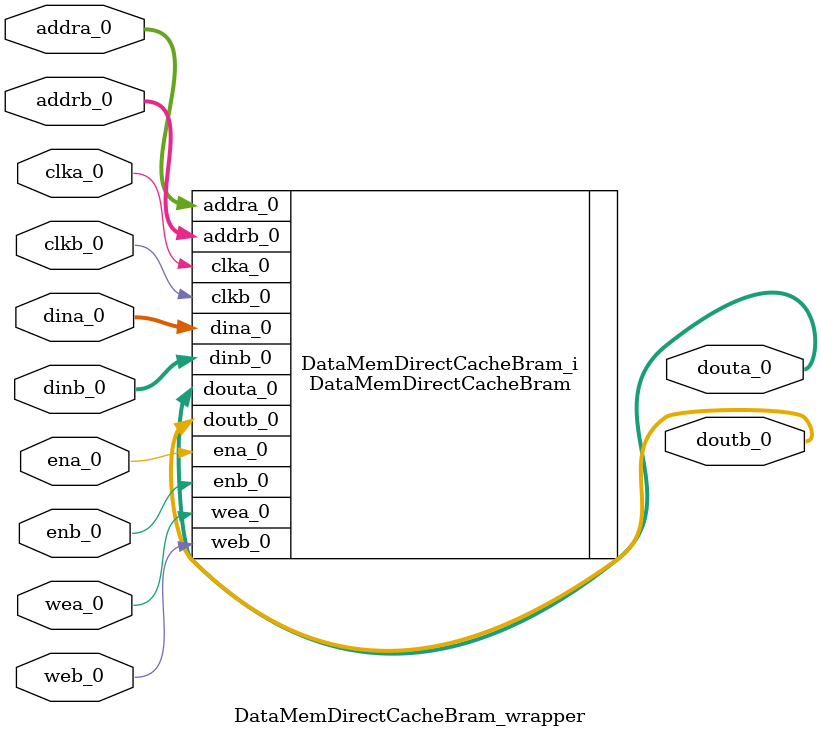
<source format=v>
`timescale 1 ps / 1 ps

module DataMemDirectCacheBram_wrapper
   (addra_0,
    addrb_0,
    clka_0,
    clkb_0,
    dina_0,
    dinb_0,
    douta_0,
    doutb_0,
    ena_0,
    enb_0,
    wea_0,
    web_0);
  input [3:0]addra_0;
  input [3:0]addrb_0;
  input clka_0;
  input clkb_0;
  input [72:0]dina_0;
  input [72:0]dinb_0;
  output [72:0]douta_0;
  output [72:0]doutb_0;
  input ena_0;
  input enb_0;
  input [0:0]wea_0;
  input [0:0]web_0;

  wire [3:0]addra_0;
  wire [3:0]addrb_0;
  wire clka_0;
  wire clkb_0;
  wire [72:0]dina_0;
  wire [72:0]dinb_0;
  wire [72:0]douta_0;
  wire [72:0]doutb_0;
  wire ena_0;
  wire enb_0;
  wire [0:0]wea_0;
  wire [0:0]web_0;

  DataMemDirectCacheBram DataMemDirectCacheBram_i
       (.addra_0(addra_0),
        .addrb_0(addrb_0),
        .clka_0(clka_0),
        .clkb_0(clkb_0),
        .dina_0(dina_0),
        .dinb_0(dinb_0),
        .douta_0(douta_0),
        .doutb_0(doutb_0),
        .ena_0(ena_0),
        .enb_0(enb_0),
        .wea_0(wea_0),
        .web_0(web_0));
endmodule

</source>
